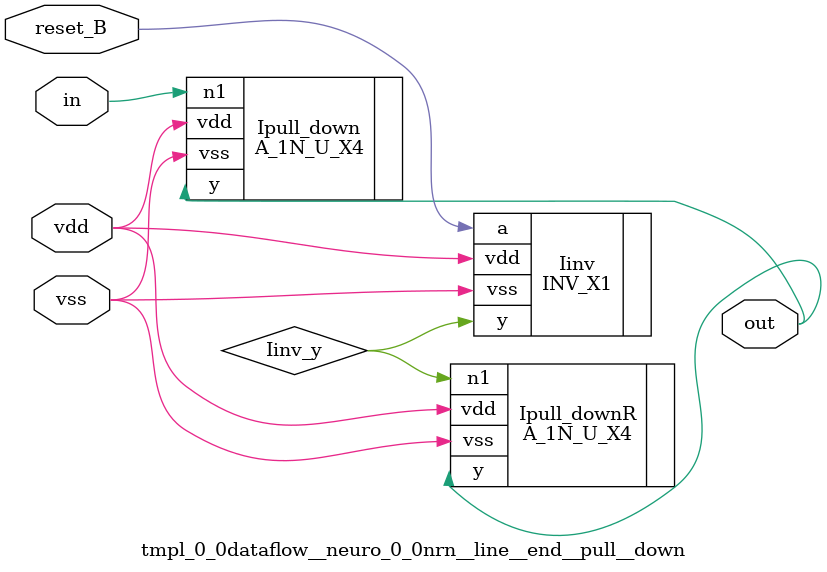
<source format=v>
module tmpl_0_0dataflow__neuro_0_0nrn__line__end__pull__down(in, reset_B, out, vdd, vss); 
   input vdd;
   input vss;
   input in;
   input reset_B;
   output out;

// -- signals ---
   wire reset_B;
   wire in;
   wire out ;
   wire Iinv_y ;

// --- instances
A_1N_U_X4 Ipull_down  (.n1(in), .y(out), .vdd(vdd), .vss(vss));
A_1N_U_X4 Ipull_downR  (.n1(Iinv_y ), .y(out), .vdd(vdd), .vss(vss));
INV_X1 Iinv  (.y(Iinv_y ), .a(reset_B), .vdd(vdd), .vss(vss));
endmodule
</source>
